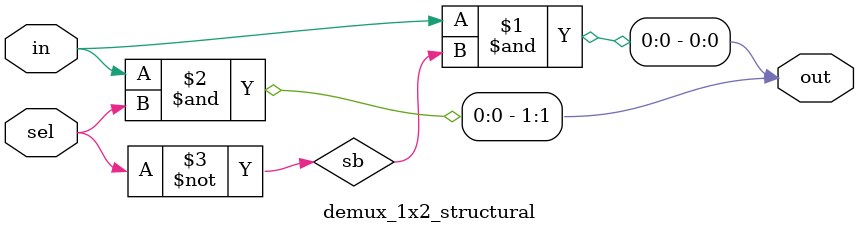
<source format=v>
`timescale 1ns / 1ps
module demux_1x2_structural(input in,sel,output[1:0]out);
wire sb;
not u1(sb,sel);
and u2(out[0],in,sb);
and u3(out[1],in,sel);
endmodule

</source>
